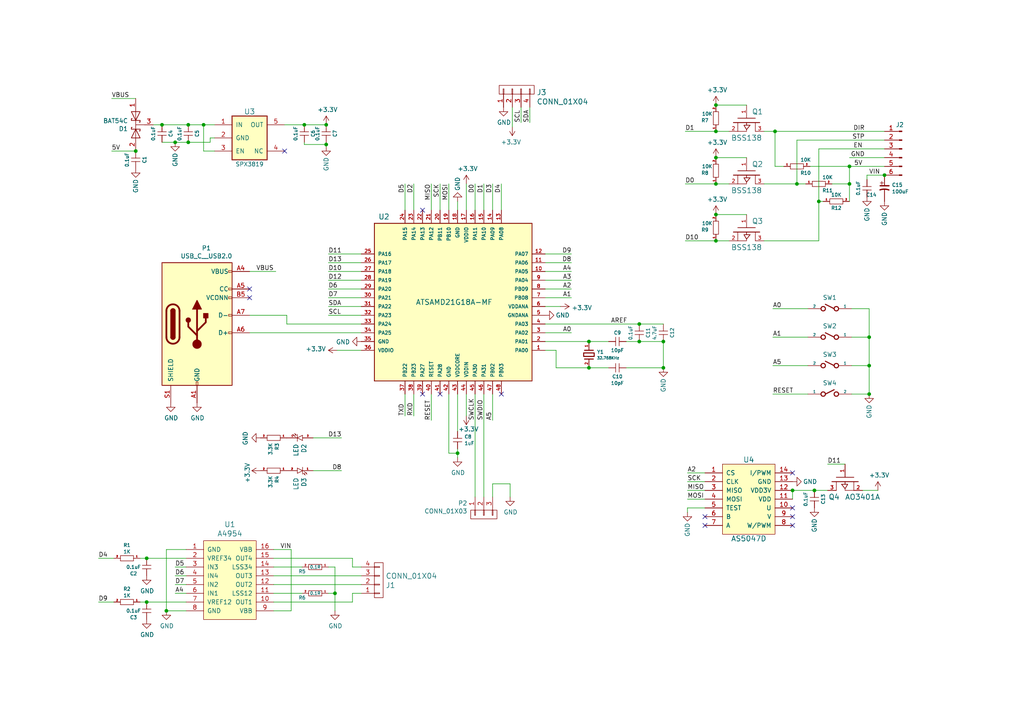
<source format=kicad_sch>
(kicad_sch (version 20230121) (generator eeschema)
  (paper "A4")
  (lib_symbols
    (symbol "Connector:Conn_01x06_Male" (pin_names (offset 1.016) hide)
      (property "Reference" "J" (at 0 7.62 0))
      (property "Value" "Connector_Conn_01x06_Male" (at 0 -10.16 0))
      (symbol "Conn_01x06_Male_1_1"
        (polyline (pts (xy 1.27 -7.62) (xy 0.8636 -7.62)) (stroke (width 0.1524)))
        (polyline (pts (xy 1.27 -5.08) (xy 0.8636 -5.08)) (stroke (width 0.1524)))
        (polyline (pts (xy 1.27 -2.54) (xy 0.8636 -2.54)) (stroke (width 0.1524)))
        (polyline (pts (xy 1.27 0) (xy 0.8636 0)) (stroke (width 0.1524)))
        (polyline (pts (xy 1.27 2.54) (xy 0.8636 2.54)) (stroke (width 0.1524)))
        (polyline (pts (xy 1.27 5.08) (xy 0.8636 5.08)) (stroke (width 0.1524)))
        (rectangle (start 0.8636 -7.493) (end 0 -7.747) (stroke (width 0.1524)) (fill (type outline)))
        (rectangle (start 0.8636 -4.953) (end 0 -5.207) (stroke (width 0.1524)) (fill (type outline)))
        (rectangle (start 0.8636 -2.413) (end 0 -2.667) (stroke (width 0.1524)) (fill (type outline)))
        (rectangle (start 0.8636 0.127) (end 0 -0.127) (stroke (width 0.1524)) (fill (type outline)))
        (rectangle (start 0.8636 2.667) (end 0 2.413) (stroke (width 0.1524)) (fill (type outline)))
        (rectangle (start 0.8636 5.207) (end 0 4.953) (stroke (width 0.1524)) (fill (type outline)))
        (pin passive line (at 5.08 5.08 180) (length 3.81) (name "Pin_1") (number "1"))
        (pin passive line (at 5.08 2.54 180) (length 3.81) (name "Pin_2") (number "2"))
        (pin passive line (at 5.08 0 180) (length 3.81) (name "Pin_3") (number "3"))
        (pin passive line (at 5.08 -2.54 180) (length 3.81) (name "Pin_4") (number "4"))
        (pin passive line (at 5.08 -5.08 180) (length 3.81) (name "Pin_5") (number "5"))
        (pin passive line (at 5.08 -7.62 180) (length 3.81) (name "Pin_6") (number "6"))
      )
    )
    (symbol "LibCool:A4954" (pin_names (offset 1.016))
      (property "Reference" "U" (at -6.35 12.7 0))
      (property "Value" "LibCool_A4954" (at 0 -12.7 0))
      (symbol "A4954_0_1"
        (rectangle (start -7.62 11.43) (end 7.62 -11.43) (fill (type background)))
      )
      (symbol "A4954_1_1"
        (pin output line (at -12.7 8.89 0) (length 5.08) (name "GND") (number "1"))
        (pin output line (at 12.7 -6.35 180) (length 5.08) (name "OUT1") (number "10"))
        (pin output line (at 12.7 -3.81 180) (length 5.08) (name "LSS12") (number "11"))
        (pin output line (at 12.7 -1.27 180) (length 5.08) (name "OUT2") (number "12"))
        (pin output line (at 12.7 1.27 180) (length 5.08) (name "OUT3") (number "13"))
        (pin output line (at 12.7 3.81 180) (length 5.08) (name "LSS34") (number "14"))
        (pin output line (at 12.7 6.35 180) (length 5.08) (name "OUT4") (number "15"))
        (pin output line (at 12.7 8.89 180) (length 5.08) (name "VBB") (number "16"))
        (pin output line (at -12.7 6.35 0) (length 5.08) (name "VREF34") (number "2"))
        (pin output line (at -12.7 3.81 0) (length 5.08) (name "IN3") (number "3"))
        (pin output line (at -12.7 1.27 0) (length 5.08) (name "IN4") (number "4"))
        (pin output line (at -12.7 -1.27 0) (length 5.08) (name "IN2") (number "5"))
        (pin output line (at -12.7 -3.81 0) (length 5.08) (name "IN1") (number "6"))
        (pin output line (at -12.7 -6.35 0) (length 5.08) (name "VREF12") (number "7"))
        (pin output line (at -12.7 -8.89 0) (length 5.08) (name "GND") (number "8"))
        (pin output line (at 12.7 -8.89 180) (length 5.08) (name "VBB") (number "9"))
      )
    )
    (symbol "LibCool:AS5047D" (pin_names (offset 1.016))
      (property "Reference" "U" (at -7.62 11.43 0))
      (property "Value" "LibCool_AS5047D" (at 0 -11.43 0))
      (symbol "AS5047D_0_1"
        (rectangle (start -7.62 10.16) (end 7.62 -10.16) (fill (type background)))
      )
      (symbol "AS5047D_1_1"
        (pin output line (at -12.7 7.62 0) (length 5.08) (name "CS") (number "1"))
        (pin output line (at 12.7 -2.54 180) (length 5.08) (name "U") (number "10"))
        (pin output line (at 12.7 0 180) (length 5.08) (name "VDD") (number "11"))
        (pin output line (at 12.7 2.54 180) (length 5.08) (name "VDD3V") (number "12"))
        (pin output line (at 12.7 5.08 180) (length 5.08) (name "GND") (number "13"))
        (pin output line (at 12.7 7.62 180) (length 5.08) (name "I/PWM") (number "14"))
        (pin output line (at -12.7 5.08 0) (length 5.08) (name "CLK") (number "2"))
        (pin output line (at -12.7 2.54 0) (length 5.08) (name "MISO") (number "3"))
        (pin output line (at -12.7 0 0) (length 5.08) (name "MOSI") (number "4"))
        (pin output line (at -12.7 -2.54 0) (length 5.08) (name "TEST") (number "5"))
        (pin output line (at -12.7 -5.08 0) (length 5.08) (name "B") (number "6"))
        (pin output line (at -12.7 -7.62 0) (length 5.08) (name "A") (number "7"))
        (pin output line (at 12.7 -7.62 180) (length 5.08) (name "W/PWM") (number "8"))
        (pin output line (at 12.7 -5.08 180) (length 5.08) (name "V") (number "9"))
      )
    )
    (symbol "LibCool:ATSAMD21G18A-MF" (pin_names (offset 1.016))
      (property "Reference" "U" (at -33.02 35.56 0))
      (property "Value" "LibCool_ATSAMD21G18A-MF" (at 0 0 0))
      (property "Footprint" "LQFP48" (at 0 -16.51 0))
      (symbol "ATSAMD21G18A-MF_0_1"
        (rectangle (start -22.86 22.86) (end 22.86 -22.86) (stroke (width 0.254)) (fill (type background)))
      )
      (symbol "ATSAMD21G18A-MF_1_1"
        (pin power_in line (at -26.67 13.97 0) (length 3.81) (name "PA00") (number "1"))
        (pin bidirectional line (at -26.67 -8.89 0) (length 3.81) (name "PA05") (number "10"))
        (pin bidirectional line (at -26.67 -11.43 0) (length 3.81) (name "PA06") (number "11"))
        (pin bidirectional line (at -26.67 -13.97 0) (length 3.81) (name "PA07") (number "12"))
        (pin bidirectional line (at -13.97 -26.67 90) (length 3.81) (name "PA08") (number "13"))
        (pin bidirectional line (at -11.43 -26.67 90) (length 3.81) (name "PA09") (number "14"))
        (pin bidirectional line (at -8.89 -26.67 90) (length 3.81) (name "PA10") (number "15"))
        (pin bidirectional line (at -6.35 -26.67 90) (length 3.81) (name "PA11") (number "16"))
        (pin bidirectional line (at -3.81 -26.67 90) (length 3.81) (name "VDDIO") (number "17"))
        (pin bidirectional line (at -1.27 -26.67 90) (length 3.81) (name "GND") (number "18"))
        (pin bidirectional line (at 1.27 -26.67 90) (length 3.81) (name "PB10") (number "19"))
        (pin bidirectional line (at -26.67 11.43 0) (length 3.81) (name "PA01") (number "2"))
        (pin bidirectional line (at 3.81 -26.67 90) (length 3.81) (name "PB11") (number "20"))
        (pin bidirectional line (at 6.35 -26.67 90) (length 3.81) (name "PA12") (number "21"))
        (pin bidirectional line (at 8.89 -26.67 90) (length 3.81) (name "PA13") (number "22"))
        (pin power_in line (at 11.43 -26.67 90) (length 3.81) (name "PA14") (number "23"))
        (pin power_in line (at 13.97 -26.67 90) (length 3.81) (name "PA15") (number "24"))
        (pin bidirectional line (at 26.67 -13.97 180) (length 3.81) (name "PA16") (number "25"))
        (pin bidirectional line (at 26.67 -11.43 180) (length 3.81) (name "PA17") (number "26"))
        (pin bidirectional line (at 26.67 -8.89 180) (length 3.81) (name "PA18") (number "27"))
        (pin bidirectional line (at 26.67 -6.35 180) (length 3.81) (name "PA19") (number "28"))
        (pin bidirectional line (at 26.67 -3.81 180) (length 3.81) (name "PA20") (number "29"))
        (pin bidirectional line (at -26.67 8.89 0) (length 3.81) (name "PA02") (number "3"))
        (pin bidirectional line (at 26.67 -1.27 180) (length 3.81) (name "PA21") (number "30"))
        (pin bidirectional line (at 26.67 1.27 180) (length 3.81) (name "PA22") (number "31"))
        (pin bidirectional line (at 26.67 3.81 180) (length 3.81) (name "PA23") (number "32"))
        (pin bidirectional line (at 26.67 6.35 180) (length 3.81) (name "PA24") (number "33"))
        (pin bidirectional line (at 26.67 8.89 180) (length 3.81) (name "PA25") (number "34"))
        (pin power_in line (at 26.67 11.43 180) (length 3.81) (name "GND") (number "35"))
        (pin power_in line (at 26.67 13.97 180) (length 3.81) (name "VDDIO") (number "36"))
        (pin bidirectional line (at 13.97 26.67 270) (length 3.81) (name "PB22") (number "37"))
        (pin bidirectional line (at 11.43 26.67 270) (length 3.81) (name "PB23") (number "38"))
        (pin bidirectional line (at 8.89 26.67 270) (length 3.81) (name "PA27") (number "39"))
        (pin bidirectional line (at -26.67 6.35 0) (length 3.81) (name "PA03") (number "4"))
        (pin bidirectional line (at 6.35 26.67 270) (length 3.81) (name "RESET") (number "40"))
        (pin bidirectional line (at 3.81 26.67 270) (length 3.81) (name "PA28") (number "41"))
        (pin bidirectional line (at 1.27 26.67 270) (length 3.81) (name "GND") (number "42"))
        (pin bidirectional line (at -1.27 26.67 270) (length 3.81) (name "VDDCORE") (number "43"))
        (pin input line (at -3.81 26.67 270) (length 3.81) (name "VDDIN") (number "44"))
        (pin bidirectional line (at -6.35 26.67 270) (length 3.81) (name "PA30") (number "45"))
        (pin bidirectional line (at -8.89 26.67 270) (length 3.81) (name "PA31") (number "46"))
        (pin power_in line (at -11.43 26.67 270) (length 3.81) (name "PB02") (number "47"))
        (pin power_in line (at -13.97 26.67 270) (length 3.81) (name "PB03") (number "48"))
        (pin input line (at -26.67 3.81 0) (length 3.81) (name "GNDANA") (number "5"))
        (pin output line (at -26.67 1.27 0) (length 3.81) (name "VDDANA") (number "6"))
        (pin input line (at -26.67 -1.27 0) (length 3.81) (name "PB08") (number "7"))
        (pin power_in line (at -26.67 -3.81 0) (length 3.81) (name "PB09") (number "8"))
        (pin power_in line (at -26.67 -6.35 0) (length 3.81) (name "PA04") (number "9"))
      )
    )
    (symbol "LibCool:BAT54C" (pin_names (offset 1.016))
      (property "Reference" "D" (at 0 2.54 0))
      (property "Value" "LibCool_BAT54C" (at 5.08 -2.54 0))
      (symbol "BAT54C_1_1"
        (polyline (pts (xy -3.81 0) (xy 3.81 0)))
        (polyline (pts (xy 0 0) (xy 0 -2.54)))
        (polyline (pts (xy -1.27 -1.27) (xy -1.27 1.27) (xy -1.27 1.27)) (stroke (width 0.2032)))
        (polyline (pts (xy 1.27 -1.27) (xy 1.27 1.27) (xy 1.27 1.27)) (stroke (width 0.2032)))
        (polyline (pts (xy -1.27 -1.27) (xy -0.762 -1.27) (xy -0.762 -1.016) (xy -0.762 -1.016)) (stroke (width 0.2032)))
        (polyline (pts (xy 1.27 -1.27) (xy 1.778 -1.27) (xy 1.778 -1.016) (xy 1.778 -1.016)) (stroke (width 0.2032)))
        (polyline (pts (xy 1.27 1.27) (xy 0.762 1.27) (xy 0.762 1.016) (xy 0.762 1.016)) (stroke (width 0.2032)))
        (polyline (pts (xy -1.778 1.016) (xy -1.778 1.27) (xy -1.27 1.27) (xy -1.27 1.27) (xy -1.27 1.27)) (stroke (width 0.2032)))
        (polyline (pts (xy -3.81 1.27) (xy -1.27 0) (xy -3.81 -1.27) (xy -3.81 1.27) (xy -3.81 1.27) (xy -3.81 1.27)) (stroke (width 0.2032)))
        (polyline (pts (xy 3.81 -1.27) (xy 1.27 0) (xy 3.81 1.27) (xy 3.81 -1.27) (xy 3.81 -1.27) (xy 3.81 -1.27)) (stroke (width 0.2032)))
        (pin passive line (at -7.62 0 0) (length 3.81) (name "~") (number "1"))
        (pin passive line (at 7.62 0 180) (length 3.81) (name "~") (number "2"))
        (pin passive line (at 0 -5.08 90) (length 2.54) (name "~") (number "3"))
      )
    )
    (symbol "LibCool:C(MM)" (pin_numbers hide) (pin_names (offset 0.254))
      (property "Reference" "C" (at -1.27 2.54 0))
      (property "Value" "LibCool_C(MM)" (at -2.54 -2.54 0))
      (symbol "C(MM)_0_1"
        (polyline (pts (xy -0.508 1.27) (xy -0.508 -1.27)))
        (polyline (pts (xy 0.508 1.27) (xy 0.508 -1.27)))
      )
      (symbol "C(MM)_1_1"
        (pin passive line (at -2.54 0 0) (length 2.032) (name "~") (number "1"))
        (pin passive line (at 2.54 0 180) (length 2.032) (name "~") (number "2"))
      )
    )
    (symbol "LibCool:CC1" (pin_numbers hide) (pin_names (offset 0.254) hide)
      (property "Reference" "C" (at 0.254 1.905 0))
      (property "Value" "LibCool_CC1" (at 0.127 -1.778 0))
      (symbol "CC1_0_0"
        (text "+" (at -0.762 1.651 0) (effects (font (size 1.27 1.27))))
      )
      (symbol "CC1_0_1"
        (polyline (pts (xy -1.2446 0.7366) (xy 1.2954 0.7366) (xy 1.2954 0.7366)) (stroke (width 0.381)))
        (arc (start 1.27 -0.4826) (mid -0.0106 -0.2575) (end -1.2954 -0.4572) (stroke (width 0.381)))
      )
      (symbol "CC1_1_1"
        (pin passive line (at 0 3.81 270) (length 3.048) (name "~") (number "1"))
        (pin passive line (at 0 -3.81 90) (length 3.556) (name "~") (number "2"))
      )
    )
    (symbol "LibCool:CONN_01X03" (pin_names (offset 1.016))
      (property "Reference" "P" (at 0 5.08 0))
      (property "Value" "LibCool_CONN_01X03" (at 0 -5.08 0))
      (symbol "CONN_01X03_1_1"
        (rectangle (start -1.27 -2.413) (end 0.254 -2.667))
        (rectangle (start -1.27 0.127) (end 0.254 -0.127))
        (rectangle (start -1.27 2.667) (end 0.254 2.413))
        (rectangle (start -1.27 3.81) (end 1.27 -3.81))
        (pin passive line (at -5.08 2.54 0) (length 3.81) (name "~") (number "1"))
        (pin passive line (at -5.08 0 0) (length 3.81) (name "~") (number "2"))
        (pin passive line (at -5.08 -2.54 0) (length 3.81) (name "~") (number "3"))
      )
    )
    (symbol "LibCool:CONN_01X04" (pin_names (offset 1.016))
      (property "Reference" "J" (at 1.27 6.35 0))
      (property "Value" "LibCool_CONN_01X04" (at 1.27 -6.35 0))
      (symbol "CONN_01X04_1_1"
        (rectangle (start 0 -3.683) (end 1.524 -3.937))
        (rectangle (start 0 -1.143) (end 1.524 -1.397))
        (rectangle (start 0 1.397) (end 1.524 1.143))
        (rectangle (start 0 3.937) (end 1.524 3.683))
        (rectangle (start 0 5.08) (end 2.54 -5.08))
        (pin passive line (at -3.81 3.81 0) (length 3.81) (name "~") (number "1"))
        (pin passive line (at -3.81 1.27 0) (length 3.81) (name "~") (number "2"))
        (pin passive line (at -3.81 -1.27 0) (length 3.81) (name "~") (number "3"))
        (pin passive line (at -3.81 -3.81 0) (length 3.81) (name "~") (number "4"))
      )
    )
    (symbol "LibCool:KEY" (pin_numbers hide) (pin_names (offset 0))
      (property "Reference" "SW" (at 0 2.54 0))
      (property "Value" "LibCool_KEY" (at 0 -2.54 0))
      (symbol "KEY_0_1"
        (circle (center -1.905 0) (radius 0.635) (stroke (width 0.3048)))
        (polyline (pts (xy -1.27 0) (xy 1.27 1.27)) (stroke (width 0.3048)))
        (circle (center 1.905 0) (radius 0.635) (stroke (width 0.3048)))
      )
      (symbol "KEY_1_1"
        (pin input line (at -6.35 0 0) (length 3.81) (name "1") (number "1"))
        (pin input line (at 6.35 0 180) (length 3.81) (name "2") (number "2"))
      )
    )
    (symbol "LibCool:LED" (pin_names (offset 1.016) hide)
      (property "Reference" "D" (at 0 2.54 0))
      (property "Value" "LibCool_LED" (at 0 -2.54 0))
      (symbol "LED_0_1"
        (polyline (pts (xy 0.762 1.016) (xy 0.762 -1.016)))
        (polyline (pts (xy 1.016 -0.762) (xy 1.524 -1.27) (xy 1.27 -0.762)))
        (polyline (pts (xy -0.762 0.762) (xy -0.762 -0.762) (xy 0.762 0) (xy -0.762 0.762)))
        (polyline (pts (xy 1.27 -0.254) (xy 1.778 -0.762) (xy 2.032 -1.016) (xy 1.778 -0.508)))
      )
      (symbol "LED_1_1"
        (pin passive line (at 3.81 0 180) (length 3.175) (name "K") (number "1"))
        (pin passive line (at -3.81 0 0) (length 3.048) (name "A") (number "2"))
      )
    )
    (symbol "LibCool:MIC5233(M)" (pin_names (offset 1.016))
      (property "Reference" "U" (at -3.81 7.62 0))
      (property "Value" "LibCool_MIC5233(M)" (at 0 -7.62 0))
      (symbol "MIC5233(M)_0_1"
        (rectangle (start -5.08 6.35) (end 5.08 -6.35) (stroke (width 0.3048)) (fill (type background)))
      )
      (symbol "MIC5233(M)_1_1"
        (pin input line (at -10.16 3.81 0) (length 5.08) (name "IN") (number "1"))
        (pin input line (at -10.16 0 0) (length 5.08) (name "GND") (number "2"))
        (pin input line (at -10.16 -3.81 0) (length 5.08) (name "EN") (number "3"))
        (pin input line (at 10.16 -3.81 180) (length 5.08) (name "NC") (number "4"))
        (pin output line (at 10.16 3.81 180) (length 5.08) (name "OUT") (number "5"))
      )
    )
    (symbol "LibCool:OSC" (pin_names (offset 1.016))
      (property "Reference" "Y" (at 2.54 -0.889 0))
      (property "Value" "LibCool_OSC" (at -2.794 -0.889 0))
      (symbol "OSC_0_1"
        (rectangle (start -0.508 1.524) (end 0.508 -1.524) (stroke (width 0.3048)))
        (polyline (pts (xy 1.27 1.27) (xy 1.27 -1.27)) (stroke (width 0.3048)))
        (polyline (pts (xy -1.27 1.27) (xy -1.27 0) (xy -1.27 -1.27)) (stroke (width 0.3048)))
      )
      (symbol "OSC_1_1"
        (pin input line (at -3.81 0 0) (length 2.54) (name "~") (number "1"))
        (pin input line (at 3.81 0 180) (length 2.54) (name "~") (number "2"))
      )
    )
    (symbol "LibCool:PMOS" (pin_names (offset 1.016) hide)
      (property "Reference" "Q" (at -1.27 3.81 0))
      (property "Value" "LibCool_PMOS" (at -1.524 -1.4732 0))
      (symbol "PMOS_0_1"
        (polyline (pts (xy -1.27 -2.54) (xy -1.27 2.54)) (stroke (width 0.2032)))
        (polyline (pts (xy 0 -3.81) (xy 0 3.81)) (stroke (width 0.254)))
        (polyline (pts (xy 0.762 0) (xy 0 0)) (stroke (width 0.2032)))
        (polyline (pts (xy 2.54 -2.54) (xy 0 -2.54)))
        (polyline (pts (xy 2.54 2.54) (xy 0 2.54)))
        (polyline (pts (xy 2.032 0) (xy 2.54 0) (xy 2.54 -2.54)))
        (polyline (pts (xy 0.762 1.016) (xy 0.762 -0.762) (xy 2.032 0) (xy 0.762 1.016) (xy 0.762 1.016)) (stroke (width 0.2032)))
      )
      (symbol "PMOS_1_1"
        (pin input line (at -5.08 0 0) (length 3.81) (name "G") (number "1"))
        (pin passive line (at 2.54 -5.08 90) (length 2.54) (name "S") (number "2"))
        (pin passive line (at 2.54 5.08 270) (length 2.54) (name "D") (number "3"))
      )
    )
    (symbol "LibCool:RES(M)" (pin_names (offset 1.016))
      (property "Reference" "R" (at 0 1.905 0))
      (property "Value" "LibCool_RES(M)" (at 0 -1.905 0))
      (symbol "RES(M)_0_1"
        (rectangle (start -1.905 0.762) (end 1.905 -0.762))
      )
      (symbol "RES(M)_1_1"
        (pin input line (at -3.81 0 0) (length 1.905) (name "~") (number "1"))
        (pin input line (at 3.81 0 180) (length 1.905) (name "~") (number "2"))
      )
    )
    (symbol "LibCool:USB_C__USB2.0" (pin_names (offset 1.016))
      (property "Reference" "P" (at -10.16 19.05 0))
      (property "Value" "LibCool_USB_C__USB2.0" (at 12.7 19.05 0))
      (symbol "USB_C__USB2.0_0_0"
        (rectangle (start -0.254 -17.78) (end 0.254 -16.764))
        (rectangle (start 10.16 -2.286) (end 9.144 -2.794))
        (rectangle (start 10.16 2.794) (end 9.144 2.286))
        (rectangle (start 10.16 7.874) (end 9.144 7.366))
        (rectangle (start 10.16 10.414) (end 9.144 9.906))
        (rectangle (start 10.16 15.494) (end 9.144 14.986))
      )
      (symbol "USB_C__USB2.0_0_1"
        (rectangle (start -10.16 17.78) (end 10.16 -17.78) (stroke (width 0.254)) (fill (type background)))
        (arc (start -8.89 -3.81) (mid -6.985 -5.715) (end -5.08 -3.81) (stroke (width 0.508)))
        (arc (start -7.62 -3.81) (mid -6.985 -4.445) (end -6.35 -3.81) (stroke (width 0.254)))
        (arc (start -7.62 -3.81) (mid -6.985 -4.445) (end -6.35 -3.81) (stroke (width 0.254)) (fill (type outline)))
        (rectangle (start -7.62 -3.81) (end -6.35 3.81) (stroke (width 0.254)) (fill (type outline)))
        (arc (start -6.35 3.81) (mid -6.985 4.445) (end -7.62 3.81) (stroke (width 0.254)))
        (arc (start -6.35 3.81) (mid -6.985 4.445) (end -7.62 3.81) (stroke (width 0.254)) (fill (type outline)))
        (arc (start -5.08 3.81) (mid -6.985 5.715) (end -8.89 3.81) (stroke (width 0.508)))
        (circle (center -2.54 1.143) (radius 0.635) (stroke (width 0.254)) (fill (type outline)))
        (circle (center 0 -5.842) (radius 1.27) (fill (type outline)))
        (polyline (pts (xy -8.89 -3.81) (xy -8.89 3.81)) (stroke (width 0.508)))
        (polyline (pts (xy -5.08 3.81) (xy -5.08 -3.81)) (stroke (width 0.508)))
        (polyline (pts (xy 0 -5.842) (xy 0 4.318)) (stroke (width 0.508)))
        (polyline (pts (xy 0 -3.302) (xy -2.54 -0.762) (xy -2.54 0.508)) (stroke (width 0.508)))
        (polyline (pts (xy 0 -2.032) (xy 2.54 0.508) (xy 2.54 1.778)) (stroke (width 0.508)))
        (polyline (pts (xy -1.27 4.318) (xy 0 6.858) (xy 1.27 4.318) (xy -1.27 4.318)) (stroke (width 0.254)) (fill (type outline)))
        (rectangle (start 1.905 1.778) (end 3.175 3.048) (stroke (width 0.254)) (fill (type outline)))
      )
      (symbol "USB_C__USB2.0_1_1"
        (pin power_in line (at 0 -22.86 90) (length 5.08) (name "GND") (number "A1"))
        (pin passive line (at 0 -22.86 90) (length 5.08) hide (name "GND") (number "A12"))
        (pin power_in line (at 15.24 15.24 180) (length 5.08) (name "VBUS") (number "A4"))
        (pin bidirectional line (at 15.24 10.16 180) (length 5.08) (name "CC") (number "A5"))
        (pin bidirectional line (at 15.24 -2.54 180) (length 5.08) (name "D+") (number "A6"))
        (pin bidirectional line (at 15.24 2.54 180) (length 5.08) (name "D-") (number "A7"))
        (pin passive line (at 15.24 15.24 180) (length 5.08) hide (name "VBUS") (number "A9"))
        (pin passive line (at 0 -22.86 90) (length 5.08) hide (name "GND") (number "B1"))
        (pin passive line (at 0 -22.86 90) (length 5.08) hide (name "GND") (number "B12"))
        (pin passive line (at 15.24 15.24 180) (length 5.08) hide (name "VBUS") (number "B4"))
        (pin bidirectional line (at 15.24 7.62 180) (length 5.08) (name "VCONN") (number "B5"))
        (pin passive line (at 15.24 15.24 180) (length 5.08) hide (name "VBUS") (number "B9"))
        (pin passive line (at -7.62 -22.86 90) (length 5.08) (name "SHIELD") (number "S1"))
      )
    )
    (symbol "power:+3.3V" (power) (pin_names (offset 0))
      (property "Value" "+3.3V" (at 0 3.556 0))
      (symbol "+3.3V_0_1"
        (polyline (pts (xy -0.762 1.27) (xy 0 2.54)))
        (polyline (pts (xy 0 0) (xy 0 2.54)))
        (polyline (pts (xy 0 2.54) (xy 0.762 1.27)))
      )
      (symbol "+3.3V_1_1"
        (pin power_in line (at 0 0 90) (length 0) hide (name "+3.3V") (number "1"))
      )
    )
    (symbol "power:GND" (power) (pin_names (offset 0))
      (property "Value" "GND" (at 0 -3.81 0))
      (symbol "GND_0_1"
        (polyline (pts (xy 0 0) (xy 0 -1.27) (xy 1.27 -1.27) (xy 0 -2.54) (xy -1.27 -1.27) (xy 0 -1.27)))
      )
      (symbol "GND_1_1"
        (pin power_in line (at 0 0 270) (length 0) hide (name "GND") (number "1"))
      )
    )
  )
  (junction (at 170.815 99.06))
  (junction (at 192.405 106.68))
  (junction (at 246.38 48.26))
  (junction (at 207.645 30.48))
  (junction (at 88.265 36.195))
  (junction (at 94.615 36.195))
  (junction (at 39.37 43.815))
  (junction (at 246.38 53.34))
  (junction (at 231.14 53.34))
  (junction (at 207.645 53.34))
  (junction (at 54.61 36.195))
  (junction (at 207.645 38.1))
  (junction (at 207.645 62.23))
  (junction (at 224.79 38.1))
  (junction (at 42.545 174.625))
  (junction (at 97.155 172.085))
  (junction (at 192.405 99.06))
  (junction (at 59.055 36.195))
  (junction (at 170.815 106.68))
  (junction (at 94.615 41.91))
  (junction (at 229.87 142.24))
  (junction (at 252.095 106.045))
  (junction (at 42.545 161.925))
  (junction (at 237.49 58.42))
  (junction (at 185.42 99.06))
  (junction (at 48.26 177.165))
  (junction (at 185.42 93.98))
  (junction (at 252.095 97.79))
  (junction (at 256.54 50.8))
  (junction (at 132.715 131.445))
  (junction (at 236.22 142.24))
  (junction (at 46.99 36.195))
  (junction (at 252.095 114.3))
  (junction (at 50.8 41.275))
  (junction (at 54.61 41.275))
  (junction (at 207.645 69.85))
  (junction (at 207.645 45.72))
  (no_connect (at 229.87 149.86))
  (no_connect (at 204.47 149.86))
  (no_connect (at 122.555 60.96))
  (no_connect (at 229.87 147.32))
  (no_connect (at 145.415 114.3))
  (no_connect (at 72.39 86.36))
  (no_connect (at 82.55 43.815))
  (no_connect (at 122.555 114.3))
  (no_connect (at 204.47 152.4))
  (no_connect (at 229.87 152.4))
  (no_connect (at 72.39 83.82))
  (no_connect (at 229.87 137.16))
  (no_connect (at 127.635 114.3))
  (wire (pts (xy 82.55 36.195) (xy 88.265 36.195)))
  (wire (pts (xy 207.645 53.34) (xy 198.755 53.34)))
  (wire (pts (xy 142.875 60.96) (xy 142.875 53.34)))
  (wire (pts (xy 97.155 164.465) (xy 97.155 172.085)))
  (wire (pts (xy 117.475 114.3) (xy 117.475 120.65)))
  (wire (pts (xy 161.29 101.6) (xy 161.29 106.68)))
  (wire (pts (xy 94.615 41.91) (xy 94.615 41.275)))
  (wire (pts (xy 252.095 106.045) (xy 252.095 114.3)))
  (wire (pts (xy 158.115 88.9) (xy 162.56 88.9)))
  (wire (pts (xy 72.39 91.44) (xy 83.185 91.44)))
  (wire (pts (xy 234.315 89.535) (xy 224.155 89.535)))
  (wire (pts (xy 145.415 60.96) (xy 145.415 53.34)))
  (wire (pts (xy 158.115 78.74) (xy 165.735 78.74)))
  (wire (pts (xy 158.115 76.2) (xy 165.735 76.2)))
  (wire (pts (xy 251.46 52.07) (xy 251.46 50.8)))
  (wire (pts (xy 33.02 161.925) (xy 28.575 161.925)))
  (wire (pts (xy 130.175 60.96) (xy 130.175 53.34)))
  (wire (pts (xy 229.87 142.24) (xy 236.22 142.24)))
  (wire (pts (xy 44.45 36.195) (xy 46.99 36.195)))
  (wire (pts (xy 142.875 144.145) (xy 142.875 140.335)))
  (wire (pts (xy 231.14 40.64) (xy 256.54 40.64)))
  (wire (pts (xy 84.455 177.165) (xy 79.375 177.165)))
  (wire (pts (xy 234.315 97.79) (xy 224.155 97.79)))
  (wire (pts (xy 120.015 114.3) (xy 120.015 120.65)))
  (wire (pts (xy 102.235 161.925) (xy 102.235 164.465)))
  (wire (pts (xy 102.235 172.085) (xy 104.775 172.085)))
  (wire (pts (xy 83.185 93.98) (xy 104.775 93.98)))
  (wire (pts (xy 158.115 101.6) (xy 161.29 101.6)))
  (wire (pts (xy 140.335 60.96) (xy 140.335 53.34)))
  (wire (pts (xy 88.265 41.91) (xy 94.615 41.91)))
  (wire (pts (xy 181.61 106.68) (xy 192.405 106.68)))
  (wire (pts (xy 135.255 60.96) (xy 135.255 53.34)))
  (wire (pts (xy 140.335 114.3) (xy 140.335 144.145)))
  (wire (pts (xy 79.375 174.625) (xy 102.235 174.625)))
  (wire (pts (xy 42.545 174.625) (xy 53.975 174.625)))
  (wire (pts (xy 142.875 140.335) (xy 147.955 140.335)))
  (wire (pts (xy 132.715 60.96) (xy 132.715 58.42)))
  (wire (pts (xy 147.955 140.335) (xy 147.955 144.145)))
  (wire (pts (xy 79.375 159.385) (xy 84.455 159.385)))
  (wire (pts (xy 158.115 73.66) (xy 165.735 73.66)))
  (wire (pts (xy 117.475 60.96) (xy 117.475 53.34)))
  (wire (pts (xy 130.175 114.3) (xy 130.175 131.445)))
  (wire (pts (xy 204.47 139.7) (xy 199.39 139.7)))
  (wire (pts (xy 53.975 164.465) (xy 50.8 164.465)))
  (wire (pts (xy 104.775 76.2) (xy 95.25 76.2)))
  (wire (pts (xy 158.115 81.28) (xy 165.735 81.28)))
  (wire (pts (xy 33.02 174.625) (xy 28.575 174.625)))
  (wire (pts (xy 224.79 38.1) (xy 256.54 38.1)))
  (wire (pts (xy 237.49 43.18) (xy 256.54 43.18)))
  (wire (pts (xy 252.095 89.535) (xy 252.095 97.79)))
  (wire (pts (xy 40.64 161.925) (xy 42.545 161.925)))
  (wire (pts (xy 227.33 48.26) (xy 224.79 48.26)))
  (wire (pts (xy 102.235 164.465) (xy 104.775 164.465)))
  (wire (pts (xy 104.775 81.28) (xy 95.25 81.28)))
  (wire (pts (xy 53.975 159.385) (xy 48.26 159.385)))
  (wire (pts (xy 60.96 40.005) (xy 60.96 41.275)))
  (wire (pts (xy 241.3 53.34) (xy 246.38 53.34)))
  (wire (pts (xy 104.775 83.82) (xy 95.25 83.82)))
  (wire (pts (xy 158.115 86.36) (xy 165.735 86.36)))
  (wire (pts (xy 120.015 60.96) (xy 120.015 53.34)))
  (wire (pts (xy 104.775 91.44) (xy 95.25 91.44)))
  (wire (pts (xy 125.095 60.96) (xy 125.095 53.34)))
  (wire (pts (xy 185.42 93.98) (xy 192.405 93.98)))
  (wire (pts (xy 79.375 167.005) (xy 104.775 167.005)))
  (wire (pts (xy 204.47 147.32) (xy 199.39 147.32)))
  (wire (pts (xy 231.14 53.34) (xy 233.68 53.34)))
  (wire (pts (xy 132.715 132.715) (xy 132.715 131.445)))
  (wire (pts (xy 54.61 36.195) (xy 59.055 36.195)))
  (wire (pts (xy 125.095 114.3) (xy 125.095 121.92)))
  (wire (pts (xy 132.715 131.445) (xy 132.715 130.175)))
  (wire (pts (xy 54.61 41.275) (xy 50.8 41.275)))
  (wire (pts (xy 53.975 172.085) (xy 50.8 172.085)))
  (wire (pts (xy 104.775 88.9) (xy 95.25 88.9)))
  (wire (pts (xy 207.645 53.34) (xy 211.455 53.34)))
  (wire (pts (xy 79.375 169.545) (xy 104.775 169.545)))
  (wire (pts (xy 135.255 114.3) (xy 135.255 120.65)))
  (wire (pts (xy 97.79 101.6) (xy 104.775 101.6)))
  (wire (pts (xy 137.795 114.3) (xy 137.795 144.145)))
  (wire (pts (xy 137.795 60.96) (xy 137.795 53.34)))
  (wire (pts (xy 53.975 169.545) (xy 50.8 169.545)))
  (wire (pts (xy 234.315 106.045) (xy 224.155 106.045)))
  (wire (pts (xy 42.545 161.925) (xy 53.975 161.925)))
  (wire (pts (xy 97.155 172.085) (xy 95.25 172.085)))
  (wire (pts (xy 59.055 36.195) (xy 59.055 43.815)))
  (wire (pts (xy 237.49 58.42) (xy 237.49 43.18)))
  (wire (pts (xy 53.975 167.005) (xy 50.8 167.005)))
  (wire (pts (xy 221.615 69.85) (xy 237.49 69.85)))
  (wire (pts (xy 46.99 36.195) (xy 54.61 36.195)))
  (wire (pts (xy 39.37 43.815) (xy 32.385 43.815)))
  (wire (pts (xy 50.8 41.275) (xy 46.99 41.275)))
  (wire (pts (xy 148.59 31.115) (xy 148.59 36.83)))
  (wire (pts (xy 229.87 144.78) (xy 229.87 142.24)))
  (wire (pts (xy 207.645 45.72) (xy 216.535 45.72)))
  (wire (pts (xy 247.015 106.045) (xy 252.095 106.045)))
  (wire (pts (xy 90.805 136.525) (xy 99.06 136.525)))
  (wire (pts (xy 84.455 159.385) (xy 84.455 177.165)))
  (wire (pts (xy 88.265 36.195) (xy 94.615 36.195)))
  (wire (pts (xy 245.11 134.62) (xy 240.03 134.62)))
  (wire (pts (xy 142.875 114.3) (xy 142.875 121.92)))
  (wire (pts (xy 181.61 99.06) (xy 185.42 99.06)))
  (wire (pts (xy 94.615 42.545) (xy 94.615 41.91)))
  (wire (pts (xy 246.38 48.26) (xy 246.38 53.34)))
  (wire (pts (xy 252.095 97.79) (xy 252.095 106.045)))
  (wire (pts (xy 158.115 83.82) (xy 165.735 83.82)))
  (wire (pts (xy 199.39 147.32) (xy 199.39 148.59)))
  (wire (pts (xy 158.115 99.06) (xy 170.815 99.06)))
  (wire (pts (xy 132.715 114.3) (xy 132.715 125.095)))
  (wire (pts (xy 153.67 31.115) (xy 153.67 35.56)))
  (wire (pts (xy 185.42 99.06) (xy 192.405 99.06)))
  (wire (pts (xy 95.25 164.465) (xy 97.155 164.465)))
  (wire (pts (xy 207.645 69.85) (xy 198.755 69.85)))
  (wire (pts (xy 170.815 99.06) (xy 176.53 99.06)))
  (wire (pts (xy 234.315 114.3) (xy 224.155 114.3)))
  (wire (pts (xy 234.95 48.26) (xy 246.38 48.26)))
  (wire (pts (xy 231.14 40.64) (xy 231.14 53.34)))
  (wire (pts (xy 192.405 99.06) (xy 192.405 106.68)))
  (wire (pts (xy 207.645 62.23) (xy 216.535 62.23)))
  (wire (pts (xy 221.615 53.34) (xy 231.14 53.34)))
  (wire (pts (xy 79.375 164.465) (xy 87.63 164.465)))
  (wire (pts (xy 247.015 97.79) (xy 252.095 97.79)))
  (wire (pts (xy 40.64 174.625) (xy 42.545 174.625)))
  (wire (pts (xy 224.79 48.26) (xy 224.79 38.1)))
  (wire (pts (xy 104.775 78.74) (xy 95.25 78.74)))
  (wire (pts (xy 32.385 28.575) (xy 39.37 28.575)))
  (wire (pts (xy 204.47 142.24) (xy 199.39 142.24)))
  (wire (pts (xy 72.39 96.52) (xy 104.775 96.52)))
  (wire (pts (xy 204.47 137.16) (xy 199.39 137.16)))
  (wire (pts (xy 158.115 93.98) (xy 185.42 93.98)))
  (wire (pts (xy 250.19 142.24) (xy 254.635 142.24)))
  (wire (pts (xy 62.23 40.005) (xy 60.96 40.005)))
  (wire (pts (xy 204.47 144.78) (xy 199.39 144.78)))
  (wire (pts (xy 237.49 69.85) (xy 237.49 58.42)))
  (wire (pts (xy 72.39 78.74) (xy 80.01 78.74)))
  (wire (pts (xy 207.645 69.85) (xy 211.455 69.85)))
  (wire (pts (xy 256.54 48.26) (xy 246.38 48.26)))
  (wire (pts (xy 256.54 50.8) (xy 251.46 50.8)))
  (wire (pts (xy 88.265 41.275) (xy 88.265 41.91)))
  (wire (pts (xy 170.815 106.68) (xy 176.53 106.68)))
  (wire (pts (xy 79.375 161.925) (xy 102.235 161.925)))
  (wire (pts (xy 158.115 96.52) (xy 165.735 96.52)))
  (wire (pts (xy 130.175 131.445) (xy 132.715 131.445)))
  (wire (pts (xy 161.29 106.68) (xy 170.815 106.68)))
  (wire (pts (xy 97.155 172.085) (xy 97.155 177.165)))
  (wire (pts (xy 237.49 58.42) (xy 238.76 58.42)))
  (wire (pts (xy 151.13 31.115) (xy 151.13 35.56)))
  (wire (pts (xy 104.775 73.66) (xy 95.25 73.66)))
  (wire (pts (xy 127.635 60.96) (xy 127.635 53.34)))
  (wire (pts (xy 256.54 45.72) (xy 246.38 45.72)))
  (wire (pts (xy 95.25 86.36) (xy 104.775 86.36)))
  (wire (pts (xy 83.185 91.44) (xy 83.185 93.98)))
  (wire (pts (xy 79.375 172.085) (xy 87.63 172.085)))
  (wire (pts (xy 207.645 30.48) (xy 216.535 30.48)))
  (wire (pts (xy 59.055 36.195) (xy 62.23 36.195)))
  (wire (pts (xy 48.26 177.165) (xy 53.975 177.165)))
  (wire (pts (xy 102.235 174.625) (xy 102.235 172.085)))
  (wire (pts (xy 246.38 58.42) (xy 246.38 53.34)))
  (wire (pts (xy 60.96 41.275) (xy 54.61 41.275)))
  (wire (pts (xy 221.615 38.1) (xy 224.79 38.1)))
  (wire (pts (xy 252.095 114.3) (xy 247.015 114.3)))
  (wire (pts (xy 207.645 38.1) (xy 211.455 38.1)))
  (wire (pts (xy 236.22 142.24) (xy 240.03 142.24)))
  (wire (pts (xy 59.055 43.815) (xy 62.23 43.815)))
  (wire (pts (xy 207.645 38.1) (xy 198.755 38.1)))
  (wire (pts (xy 48.26 159.385) (xy 48.26 177.165)))
  (wire (pts (xy 90.805 127) (xy 99.06 127)))
  (wire (pts (xy 247.015 89.535) (xy 252.095 89.535)))
  (label "A4" (at 50.8 172.085 0))
  (label "D9" (at 28.575 174.625 0))
  (label "D10" (at 95.25 78.74 0))
  (label "A3" (at 165.735 81.28 180))
  (label "D6" (at 50.8 167.005 0))
  (label "VBUS" (at 74.295 78.74 0))
  (label "VIN" (at 255.27 50.8 180))
  (label "D7" (at 95.25 86.36 0))
  (label "RESET" (at 224.155 114.3 0))
  (label "D5" (at 50.8 164.465 0))
  (label "SWDIO" (at 140.335 121.92 90))
  (label "D7" (at 50.8 169.545 0))
  (label "D1" (at 140.335 53.34 270))
  (label "SCK" (at 199.39 139.7 0))
  (label "D13" (at 99.06 127 180))
  (label "D0" (at 137.795 53.34 270))
  (label "A0" (at 224.155 89.535 0))
  (label "MISO" (at 199.39 142.24 0))
  (label "RXD" (at 120.015 120.65 90))
  (label "D3" (at 142.875 53.34 270))
  (label "5V" (at 250.19 48.26 180))
  (label "D1" (at 198.755 38.1 0))
  (label "A4" (at 165.735 78.74 180))
  (label "DIR" (at 250.825 38.1 180))
  (label "AREF" (at 177.165 93.98 0))
  (label "A5" (at 224.155 106.045 0))
  (label "MISO" (at 125.095 53.34 270))
  (label "SDA" (at 153.67 35.56 90))
  (label "SCL" (at 95.25 91.44 0))
  (label "TXD" (at 117.475 120.65 90))
  (label "A1" (at 165.735 86.36 180))
  (label "STP" (at 250.825 40.64 180))
  (label "SCL" (at 151.13 35.56 90))
  (label "SDA" (at 95.25 88.9 0))
  (label "D6" (at 95.25 83.82 0))
  (label "D12" (at 95.25 81.28 0))
  (label "D8" (at 99.06 136.525 180))
  (label "D13" (at 95.25 76.2 0))
  (label "A5" (at 142.875 121.92 90))
  (label "VBUS" (at 32.385 28.575 0))
  (label "EN" (at 250.19 43.18 180))
  (label "MOSI" (at 199.39 144.78 0))
  (label "MOSI" (at 130.175 53.34 270))
  (label "A1" (at 224.155 97.79 0))
  (label "SWCLK" (at 137.795 121.92 90))
  (label "D8" (at 165.735 76.2 180))
  (label "A2" (at 199.39 137.16 0))
  (label "D10" (at 198.755 69.85 0))
  (label "D9" (at 165.735 73.66 180))
  (label "D11" (at 95.25 73.66 0))
  (label "D5" (at 117.475 53.34 270))
  (label "SCK" (at 127.635 53.34 270))
  (label "A0" (at 165.735 96.52 180))
  (label "5V" (at 32.385 43.815 0))
  (label "VIN" (at 81.28 159.385 0))
  (label "D4" (at 145.415 53.34 270))
  (label "GND" (at 250.825 45.72 180))
  (label "D2" (at 120.015 53.34 270))
  (label "D0" (at 198.755 53.34 0))
  (label "D11" (at 240.03 134.62 0))
  (label "A2" (at 165.735 83.82 180))
  (label "RESET" (at 125.095 121.92 90))
  (label "D4" (at 28.575 161.925 0))
  (symbol (lib_id "LibCool:MIC5233(M)") (at 72.39 40.005 0) (unit 1)
    (property "Reference" "U3" (at 72.39 32.385 0) (effects (font (size 1.524 1.524))))
    (property "Value" "SPX3819" (at 72.39 47.625 0) (effects (font (size 1.1938 1.1938))))
    (property "Footprint" "NewLibCool:SOT23-5" (effects hide))
  )
  (symbol (lib_id "LibCool:ATSAMD21G18A-MF") (at 131.445 87.63 180) (unit 1)
    (property "Reference" "U2" (at 113.03 62.865 0) (effects (font (size 1.524 1.524)) (justify left)))
    (property "Value" "ATSAMD21G18A-MF" (at 142.875 87.63 0) (effects (font (size 1.524 1.524)) (justify left)))
    (property "Footprint" "Package_DFN_QFN:QFN-48-1EP_6x6mm_P0.4mm_EP4.6x4.6mm" (effects hide))
  )
  (symbol (lib_id "LibCool:USB_C__USB2.0") (at 57.15 93.98 0) (unit 1)
    (property "Reference" "P1" (at 59.8678 71.9582 0))
    (property "Value" "USB_C__USB2.0" (at 59.8678 74.2696 0))
    (property "Footprint" "NewLibCool:USB-Type-C-NEW" (effects hide))
    (property "Datasheet" "https://www.usb.org/sites/default/files/documents/usb_type-c.zip" (effects hide))
  )
  (symbol (lib_id "power:GND") (at 104.775 99.06 270) (unit 1)
    (property "Reference" "#PWR0101" (effects hide))
    (property "Value" "GND" (at 101.5238 99.187 90) (effects (justify right)))
  )
  (symbol (lib_id "power:+3.3V") (at 97.79 101.6 90) (unit 1)
    (property "Reference" "#PWR0102" (effects hide))
    (property "Value" "+3.3V" (at 94.5388 101.219 90) (effects (justify left)))
  )
  (symbol (lib_id "power:GND") (at 132.715 58.42 180) (unit 1)
    (property "Reference" "#PWR0103" (effects hide))
    (property "Value" "GND" (at 132.715 53.34 90))
  )
  (symbol (lib_id "power:+3.3V") (at 94.615 36.195 0) (unit 1)
    (property "Reference" "#PWR0104" (effects hide))
    (property "Value" "+3.3V" (at 94.996 31.8008 0))
  )
  (symbol (lib_id "power:+3.3V") (at 135.255 120.65 180) (unit 1)
    (property "Reference" "#PWR0105" (effects hide))
    (property "Value" "+3.3V" (at 135.89 124.46 0))
  )
  (symbol (lib_id "LibCool:C(MM)") (at 132.715 127.635 270) (unit 1)
    (property "Reference" "C8" (at 134.6962 126.6698 90) (effects (font (size 0.9906 0.9906)) (justify left)))
    (property "Value" "1uF" (at 134.6962 128.5748 90) (effects (font (size 0.9906 0.9906)) (justify left)))
    (property "Footprint" "NewLibCool:0603_C" (effects hide))
  )
  (symbol (lib_id "power:GND") (at 132.715 132.715 0) (unit 1)
    (property "Reference" "#PWR0106" (effects hide))
    (property "Value" "GND" (at 132.842 137.1092 0))
  )
  (symbol (lib_id "LibCool:OSC") (at 170.815 102.87 270) (unit 1)
    (property "Reference" "Y1" (at 173.1264 102.0826 90) (effects (font (size 1.016 1.016)) (justify left)))
    (property "Value" "32.768KHz" (at 173.1264 103.8352 90) (effects (font (size 0.7874 0.7874)) (justify left)))
    (property "Footprint" "NewLibCool:OSC_32.768_Mini" (effects hide))
  )
  (symbol (lib_id "LibCool:C(MM)") (at 179.07 99.06 180) (unit 1)
    (property "Reference" "C9" (at 179.07 96.52 0) (effects (font (size 0.9906 0.9906))))
    (property "Value" "10pF" (at 179.07 101.6 0) (effects (font (size 0.9906 0.9906))))
    (property "Footprint" "NewLibCool:0603_C" (effects hide))
  )
  (symbol (lib_id "LibCool:C(MM)") (at 179.07 106.68 180) (unit 1)
    (property "Reference" "C10" (at 179.07 109.22 0) (effects (font (size 0.9906 0.9906))))
    (property "Value" "10pF" (at 179.07 111.125 0) (effects (font (size 0.9906 0.9906))))
    (property "Footprint" "NewLibCool:0603_C" (effects hide))
  )
  (symbol (lib_id "power:GND") (at 192.405 106.68 0) (unit 1)
    (property "Reference" "#PWR0107" (effects hide))
    (property "Value" "GND" (at 192.405 111.76 90))
  )
  (symbol (lib_id "LibCool:CONN_01X04") (at 149.86 27.305 90) (unit 1)
    (property "Reference" "J3" (at 155.6512 26.797 90) (effects (font (size 1.524 1.524)) (justify right)))
    (property "Value" "CONN_01X04" (at 155.6512 29.4894 90) (effects (font (size 1.524 1.524)) (justify right)))
    (property "Footprint" "Connector_PinHeader_2.54mm:PinHeader_1x04_P2.54mm_Vertical" (effects hide))
  )
  (symbol (lib_id "power:GND") (at 146.05 31.115 0) (unit 1)
    (property "Reference" "#PWR0133" (effects hide))
    (property "Value" "GND" (at 146.177 35.5092 0))
  )
  (symbol (lib_id "power:+3.3V") (at 148.59 36.83 180) (unit 1)
    (property "Reference" "#PWR0134" (effects hide))
    (property "Value" "+3.3V" (at 148.209 41.2242 0))
  )
  (symbol (lib_id "LibCool:C(MM)") (at 185.42 96.52 90) (unit 1)
    (property "Reference" "C11" (at 187.96 96.52 0) (effects (font (size 0.9906 0.9906))))
    (property "Value" "0.1uF" (at 182.88 96.52 0) (effects (font (size 0.9906 0.9906))))
    (property "Footprint" "NewLibCool:0603_C" (effects hide))
  )
  (symbol (lib_id "LibCool:C(MM)") (at 192.405 96.52 90) (unit 1)
    (property "Reference" "C12" (at 194.945 96.52 0) (effects (font (size 0.9906 0.9906))))
    (property "Value" "4.7uF" (at 189.865 96.52 0) (effects (font (size 0.9906 0.9906))))
    (property "Footprint" "NewLibCool:0603_C" (effects hide))
  )
  (symbol (lib_id "power:GND") (at 158.115 91.44 90) (unit 1)
    (property "Reference" "#PWR0108" (effects hide))
    (property "Value" "GND" (at 163.195 91.44 90))
  )
  (symbol (lib_id "power:+3.3V") (at 162.56 88.9 270) (unit 1)
    (property "Reference" "#PWR0109" (effects hide))
    (property "Value" "+3.3V" (at 165.8112 89.281 90) (effects (justify left)))
  )
  (symbol (lib_id "LibCool:C(MM)") (at 54.61 38.735 90) (unit 1)
    (property "Reference" "C5" (at 57.15 38.735 0) (effects (font (size 0.9906 0.9906))))
    (property "Value" "0.1uF" (at 52.07 38.735 0) (effects (font (size 0.9906 0.9906))))
    (property "Footprint" "NewLibCool:0603_C" (effects hide))
  )
  (symbol (lib_id "power:GND") (at 50.8 41.275 0) (unit 1)
    (property "Reference" "#PWR0110" (effects hide))
    (property "Value" "GND" (at 50.8 46.355 90))
  )
  (symbol (lib_id "LibCool:C(MM)") (at 88.265 38.735 90) (unit 1)
    (property "Reference" "C6" (at 90.805 38.735 0) (effects (font (size 0.9906 0.9906))))
    (property "Value" "0.1uF" (at 85.725 38.735 0) (effects (font (size 0.9906 0.9906))))
    (property "Footprint" "NewLibCool:0603_C" (effects hide))
  )
  (symbol (lib_id "LibCool:C(MM)") (at 94.615 38.735 90) (unit 1)
    (property "Reference" "C7" (at 97.155 38.735 0) (effects (font (size 0.9906 0.9906))))
    (property "Value" "0.1uF" (at 92.075 38.735 0) (effects (font (size 0.9906 0.9906))))
    (property "Footprint" "NewLibCool:0603_C" (effects hide))
  )
  (symbol (lib_id "power:GND") (at 94.615 42.545 0) (unit 1)
    (property "Reference" "#PWR0111" (effects hide))
    (property "Value" "GND" (at 94.615 47.625 90))
  )
  (symbol (lib_id "LibCool:BAT54C") (at 39.37 36.195 90) (mirror x) (unit 1)
    (property "Reference" "D1" (at 37.1348 37.3634 90) (effects (justify left)))
    (property "Value" "BAT54C" (at 37.1348 35.052 90) (effects (justify left)))
    (property "Footprint" "NewLibCool:SOT-23" (effects hide))
  )
  (symbol (lib_id "LibCool:C(MM)") (at 46.99 38.735 90) (unit 1)
    (property "Reference" "C4" (at 49.53 38.735 0) (effects (font (size 0.9906 0.9906))))
    (property "Value" "0.1uF" (at 44.45 38.735 0) (effects (font (size 0.9906 0.9906))))
    (property "Footprint" "NewLibCool:0603_C" (effects hide))
  )
  (symbol (lib_id "power:GND") (at 49.53 116.84 0) (unit 1)
    (property "Reference" "#PWR0112" (effects hide))
    (property "Value" "GND" (at 49.657 121.2342 0))
  )
  (symbol (lib_id "power:GND") (at 57.15 116.84 0) (unit 1)
    (property "Reference" "#PWR0113" (effects hide))
    (property "Value" "GND" (at 57.277 121.2342 0))
  )
  (symbol (lib_id "power:+3.3V") (at 135.255 53.34 0) (unit 1)
    (property "Reference" "#PWR0114" (effects hide))
    (property "Value" "+3.3V" (at 135.636 48.9458 0))
  )
  (symbol (lib_id "LibCool:LED") (at 86.995 127 180) (unit 1)
    (property "Reference" "D2" (at 88.1634 128.7272 90) (effects (justify left)))
    (property "Value" "LED" (at 85.852 128.7272 90) (effects (justify left)))
    (property "Footprint" "NewLibCool:0603_LED" (effects hide))
  )
  (symbol (lib_id "LibCool:LED") (at 86.995 136.525 0) (unit 1)
    (property "Reference" "D3" (at 88.1634 138.5062 90) (effects (justify right)))
    (property "Value" "LED" (at 85.852 138.5062 90) (effects (justify right)))
    (property "Footprint" "NewLibCool:0603_LED" (effects hide))
  )
  (symbol (lib_id "power:GND") (at 75.565 127 270) (unit 1)
    (property "Reference" "#PWR0115" (effects hide))
    (property "Value" "GND" (at 71.1708 127.127 0))
  )
  (symbol (lib_id "power:+3.3V") (at 75.565 136.525 90) (unit 1)
    (property "Reference" "#PWR0116" (effects hide))
    (property "Value" "+3.3V" (at 71.755 137.16 0))
  )
  (symbol (lib_id "LibCool:RES(M)") (at 79.375 127 180) (unit 1)
    (property "Reference" "R3" (at 80.3402 128.4732 90) (effects (font (size 0.9906 0.9906)) (justify left)))
    (property "Value" "3.3K" (at 78.4352 128.4732 90) (effects (font (size 0.9906 0.9906)) (justify left)))
    (property "Footprint" "NewLibCool:0603_R" (effects hide))
  )
  (symbol (lib_id "LibCool:RES(M)") (at 79.375 136.525 180) (unit 1)
    (property "Reference" "R4" (at 80.3402 137.9982 90) (effects (font (size 0.9906 0.9906)) (justify left)))
    (property "Value" "3.3K" (at 78.4352 137.9982 90) (effects (font (size 0.9906 0.9906)) (justify left)))
    (property "Footprint" "NewLibCool:0603_R" (effects hide))
  )
  (symbol (lib_id "LibCool:CONN_01X03") (at 140.335 149.225 90) (mirror x) (unit 1)
    (property "Reference" "P2" (at 135.5598 145.9484 90) (effects (justify left)))
    (property "Value" "CONN_01X03" (at 135.5598 148.2598 90) (effects (justify left)))
    (property "Footprint" "NewLibCool:JLINK3" (effects hide))
  )
  (symbol (lib_id "power:GND") (at 147.955 144.145 0) (unit 1)
    (property "Reference" "#PWR0117" (effects hide))
    (property "Value" "GND" (at 148.082 148.5392 0))
  )
  (symbol (lib_id "LibCool:KEY") (at 240.665 89.535 0) (mirror y) (unit 1)
    (property "Reference" "SW1" (at 240.665 86.3092 0))
    (property "Value" "KEY" (effects hide))
    (property "Footprint" "NewLibCool:SWITCH_PUSH" (effects hide))
  )
  (symbol (lib_id "LibCool:KEY") (at 240.665 97.79 0) (mirror y) (unit 1)
    (property "Reference" "SW2" (at 240.665 94.5642 0))
    (property "Value" "KEY" (effects hide))
    (property "Footprint" "NewLibCool:SWITCH_PUSH" (effects hide))
  )
  (symbol (lib_id "LibCool:KEY") (at 240.665 106.045 0) (mirror y) (unit 1)
    (property "Reference" "SW3" (at 240.665 102.8192 0))
    (property "Value" "KEY" (effects hide))
    (property "Footprint" "NewLibCool:SWITCH_PUSH" (effects hide))
  )
  (symbol (lib_id "LibCool:KEY") (at 240.665 114.3 0) (unit 1)
    (property "Reference" "SW4" (at 240.665 111.0742 0))
    (property "Value" "KEY" (effects hide))
    (property "Footprint" "NewLibCool:SWITCH_PUSH" (effects hide))
  )
  (symbol (lib_id "power:GND") (at 252.095 114.3 0) (unit 1)
    (property "Reference" "#PWR0118" (effects hide))
    (property "Value" "GND" (at 252.095 119.38 90))
  )
  (symbol (lib_id "Connector:Conn_01x06_Male") (at 261.62 43.18 0) (mirror y) (unit 1)
    (property "Reference" "J2" (at 260.985 36.195 0))
    (property "Value" "Conn_01x06_Male" (effects hide))
    (property "Footprint" "Connector_JST:JST_XH_B6B-XH-A_1x06_P2.50mm_Vertical" (effects hide))
  )
  (symbol (lib_id "LibCool:AS5047D") (at 217.17 144.78 0) (unit 1)
    (property "Reference" "U4" (at 217.17 133.35 0) (effects (font (size 1.524 1.524))))
    (property "Value" "AS5047D" (at 217.17 156.21 0) (effects (font (size 1.524 1.524))))
    (property "Footprint" "Package_SO:TSSOP-14_4.4x5mm_P0.65mm" (effects hide))
  )
  (symbol (lib_id "power:GND") (at 199.39 148.59 0) (unit 1)
    (property "Reference" "#PWR0119" (effects hide))
    (property "Value" "GND" (at 199.39 153.67 90))
  )
  (symbol (lib_id "power:GND") (at 229.87 139.7 90) (unit 1)
    (property "Reference" "#PWR0120" (effects hide))
    (property "Value" "GND" (at 234.95 139.7 90))
  )
  (symbol (lib_id "LibCool:PMOS") (at 245.11 139.7 90) (mirror x) (unit 1)
    (property "Reference" "Q4" (at 241.935 144.145 90) (effects (font (size 1.524 1.524))))
    (property "Value" "AO3401A" (at 250.19 144.145 90) (effects (font (size 1.524 1.524))))
    (property "Footprint" "NewLibCool:SOT-23-L" (effects hide))
  )
  (symbol (lib_id "power:+3.3V") (at 254.635 142.24 0) (unit 1)
    (property "Reference" "#PWR0121" (effects hide))
    (property "Value" "+3.3V" (at 255.016 137.8458 0))
  )
  (symbol (lib_id "LibCool:C(MM)") (at 236.22 144.78 90) (unit 1)
    (property "Reference" "C13" (at 238.76 144.78 0) (effects (font (size 0.9906 0.9906))))
    (property "Value" "0.1uF" (at 233.68 144.78 0) (effects (font (size 0.9906 0.9906))))
    (property "Footprint" "NewLibCool:0603_C" (effects hide))
  )
  (symbol (lib_id "power:GND") (at 236.22 147.32 0) (unit 1)
    (property "Reference" "#PWR0122" (effects hide))
    (property "Value" "GND" (at 236.22 152.4 90))
  )
  (symbol (lib_id "LibCool:A4954") (at 66.675 168.275 0) (unit 1)
    (property "Reference" "U1" (at 66.675 152.0952 0) (effects (font (size 1.524 1.524))))
    (property "Value" "A4954" (at 66.675 154.7876 0) (effects (font (size 1.524 1.524))))
    (property "Footprint" "Package_SO:TSSOP-16-1EP_4.4x5mm_P0.65mm" (effects hide))
  )
  (symbol (lib_id "LibCool:RES(M)") (at 36.83 161.925 180) (unit 1)
    (property "Reference" "R1" (at 36.83 158.115 0) (effects (font (size 0.9906 0.9906))))
    (property "Value" "1K" (at 36.83 160.02 0) (effects (font (size 0.9906 0.9906))))
    (property "Footprint" "NewLibCool:0603_R" (effects hide))
  )
  (symbol (lib_id "LibCool:RES(M)") (at 36.83 174.625 180) (unit 1)
    (property "Reference" "R2" (at 36.83 170.815 0) (effects (font (size 0.9906 0.9906))))
    (property "Value" "1K" (at 36.83 172.72 0) (effects (font (size 0.9906 0.9906))))
    (property "Footprint" "NewLibCool:0603_R" (effects hide))
  )
  (symbol (lib_id "LibCool:C(MM)") (at 42.545 164.465 90) (unit 1)
    (property "Reference" "C2" (at 38.735 166.37 90) (effects (font (size 0.9906 0.9906))))
    (property "Value" "0.1uF" (at 38.735 164.465 90) (effects (font (size 0.9906 0.9906))))
    (property "Footprint" "NewLibCool:0603_C" (effects hide))
  )
  (symbol (lib_id "LibCool:C(MM)") (at 42.545 177.165 90) (unit 1)
    (property "Reference" "C3" (at 38.735 179.07 90) (effects (font (size 0.9906 0.9906))))
    (property "Value" "0.1uF" (at 38.735 177.165 90) (effects (font (size 0.9906 0.9906))))
    (property "Footprint" "NewLibCool:0603_C" (effects hide))
  )
  (symbol (lib_id "power:GND") (at 42.545 167.005 0) (unit 1)
    (property "Reference" "#PWR0123" (effects hide))
    (property "Value" "GND" (at 42.672 171.3992 0))
  )
  (symbol (lib_id "power:GND") (at 42.545 179.705 0) (unit 1)
    (property "Reference" "#PWR0124" (effects hide))
    (property "Value" "GND" (at 42.672 184.0992 0))
  )
  (symbol (lib_id "power:GND") (at 48.26 177.165 0) (unit 1)
    (property "Reference" "#PWR0125" (effects hide))
    (property "Value" "GND" (at 48.387 181.5592 0))
  )
  (symbol (lib_id "LibCool:RES(M)") (at 91.44 164.465 180) (unit 1)
    (property "Reference" "R5" (at 87.63 165.735 0) (effects (font (size 0.9906 0.9906))))
    (property "Value" "0.1R" (at 91.44 164.465 0) (effects (font (size 0.889 0.889))))
    (property "Footprint" "NewLibCool:1206_R" (effects hide))
  )
  (symbol (lib_id "LibCool:RES(M)") (at 91.44 172.085 180) (unit 1)
    (property "Reference" "R6" (at 87.63 173.355 0) (effects (font (size 0.9906 0.9906))))
    (property "Value" "0.1R" (at 91.44 172.085 0) (effects (font (size 0.889 0.889))))
    (property "Footprint" "NewLibCool:1206_R" (effects hide))
  )
  (symbol (lib_id "power:GND") (at 97.155 177.165 0) (unit 1)
    (property "Reference" "#PWR0126" (effects hide))
    (property "Value" "GND" (at 97.282 181.5592 0))
  )
  (symbol (lib_id "LibCool:CONN_01X04") (at 108.585 168.275 0) (mirror x) (unit 1)
    (property "Reference" "J1" (at 111.8362 169.7482 0) (effects (font (size 1.524 1.524)) (justify left)))
    (property "Value" "CONN_01X04" (at 111.8362 167.0558 0) (effects (font (size 1.524 1.524)) (justify left)))
    (property "Footprint" "Connector_JST:JST_PH_B4B-PH-SM4-TB_1x04-1MP_P2.00mm_Vertical" (effects hide))
  )
  (symbol (lib_id "LibCool:PMOS") (at 216.535 35.56 270) (unit 1)
    (property "Reference" "Q1" (at 219.71 32.385 90) (effects (font (size 1.524 1.524))))
    (property "Value" "BSS138" (at 216.535 40.005 90) (effects (font (size 1.524 1.524))))
    (property "Footprint" "NewLibCool:SOT-23" (effects hide))
  )
  (symbol (lib_id "LibCool:PMOS") (at 216.535 50.8 270) (unit 1)
    (property "Reference" "Q2" (at 219.71 47.625 90) (effects (font (size 1.524 1.524))))
    (property "Value" "BSS138" (at 216.535 55.245 90) (effects (font (size 1.524 1.524))))
    (property "Footprint" "NewLibCool:SOT-23" (effects hide))
  )
  (symbol (lib_id "LibCool:PMOS") (at 216.535 67.31 270) (unit 1)
    (property "Reference" "Q3" (at 219.71 64.135 90) (effects (font (size 1.524 1.524))))
    (property "Value" "BSS138" (at 216.535 71.755 90) (effects (font (size 1.524 1.524))))
    (property "Footprint" "NewLibCool:SOT-23" (effects hide))
  )
  (symbol (lib_id "LibCool:CC1") (at 256.54 54.61 0) (unit 1)
    (property "Reference" "C15" (at 258.6736 53.6448 0) (effects (font (size 1.016 1.016)) (justify left)))
    (property "Value" "100uF" (at 258.6736 55.5752 0) (effects (font (size 1.016 1.016)) (justify left)))
    (property "Footprint" "Capacitor_SMD:CP_Elec_6.3x5.4_Nichicon" (effects hide))
  )
  (symbol (lib_id "power:GND") (at 256.54 58.42 0) (unit 1)
    (property "Reference" "#PWR0127" (effects hide))
    (property "Value" "GND" (at 256.54 63.5 90))
  )
  (symbol (lib_id "LibCool:C(MM)") (at 251.46 54.61 90) (unit 1)
    (property "Reference" "C14" (at 252.73 56.515 90) (effects (font (size 0.9906 0.9906))))
    (property "Value" "0.1uF" (at 248.92 54.61 0) (effects (font (size 0.9906 0.9906))))
    (property "Footprint" "NewLibCool:0603_C" (effects hide))
  )
  (symbol (lib_id "power:GND") (at 251.46 57.15 0) (unit 1)
    (property "Reference" "#PWR0128" (effects hide))
    (property "Value" "GND" (at 251.46 62.23 90))
  )
  (symbol (lib_id "LibCool:RES(M)") (at 207.645 34.29 90) (unit 1)
    (property "Reference" "R7" (at 204.47 34.925 90) (effects (font (size 0.9906 0.9906))))
    (property "Value" "10K" (at 205.105 33.02 90) (effects (font (size 0.9906 0.9906))))
    (property "Footprint" "NewLibCool:0603_R" (effects hide))
  )
  (symbol (lib_id "LibCool:RES(M)") (at 207.645 66.04 90) (unit 1)
    (property "Reference" "R9" (at 204.47 66.675 90) (effects (font (size 0.9906 0.9906))))
    (property "Value" "10K" (at 205.105 64.77 90) (effects (font (size 0.9906 0.9906))))
    (property "Footprint" "NewLibCool:0603_R" (effects hide))
  )
  (symbol (lib_id "LibCool:RES(M)") (at 207.645 49.53 90) (unit 1)
    (property "Reference" "R8" (at 204.47 50.165 90) (effects (font (size 0.9906 0.9906))))
    (property "Value" "10K" (at 205.105 48.26 90) (effects (font (size 0.9906 0.9906))))
    (property "Footprint" "NewLibCool:0603_R" (effects hide))
  )
  (symbol (lib_id "LibCool:RES(M)") (at 231.14 48.26 0) (unit 1)
    (property "Reference" "R10" (at 233.68 50.165 0) (effects (font (size 0.9906 0.9906))))
    (property "Value" "10K" (at 233.68 46.355 0) (effects (font (size 0.9906 0.9906))))
    (property "Footprint" "NewLibCool:0603_R" (effects hide))
  )
  (symbol (lib_id "LibCool:RES(M)") (at 237.49 53.34 0) (unit 1)
    (property "Reference" "R11" (at 240.03 55.245 0) (effects (font (size 0.9906 0.9906))))
    (property "Value" "10K" (at 240.03 51.435 0) (effects (font (size 0.9906 0.9906))))
    (property "Footprint" "NewLibCool:0603_R" (effects hide))
  )
  (symbol (lib_id "LibCool:RES(M)") (at 242.57 58.42 0) (unit 1)
    (property "Reference" "R12" (at 242.57 60.325 0) (effects (font (size 0.9906 0.9906))))
    (property "Value" "10K" (at 242.57 56.515 0) (effects (font (size 0.9906 0.9906))))
    (property "Footprint" "NewLibCool:0603_R" (effects hide))
  )
  (symbol (lib_id "power:+3.3V") (at 207.645 30.48 0) (unit 1)
    (property "Reference" "#PWR0131" (effects hide))
    (property "Value" "+3.3V" (at 208.026 26.0858 0))
  )
  (symbol (lib_id "power:+3.3V") (at 207.645 45.72 0) (unit 1)
    (property "Reference" "#PWR0129" (effects hide))
    (property "Value" "+3.3V" (at 208.026 41.3258 0))
  )
  (symbol (lib_id "power:+3.3V") (at 207.645 62.23 0) (unit 1)
    (property "Reference" "#PWR0130" (effects hide))
    (property "Value" "+3.3V" (at 208.026 57.8358 0))
  )
  (symbol (lib_id "LibCool:C(MM)") (at 39.37 46.355 90) (unit 1)
    (property "Reference" "C1" (at 41.91 46.355 0) (effects (font (size 0.9906 0.9906))))
    (property "Value" "0.1uF" (at 36.83 46.355 0) (effects (font (size 0.9906 0.9906))))
    (property "Footprint" "NewLibCool:0603_C" (effects hide))
  )
  (symbol (lib_id "power:GND") (at 39.37 48.895 0) (unit 1)
    (property "Reference" "#PWR0132" (effects hide))
    (property "Value" "GND" (at 39.37 53.975 90))
  )
)
</source>
